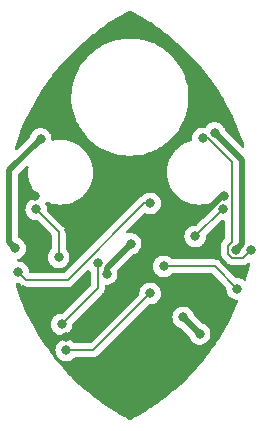
<source format=gbr>
G04 #@! TF.GenerationSoftware,KiCad,Pcbnew,(5.99.0-10027-g0561ce903e)*
G04 #@! TF.CreationDate,2021-08-15T01:29:50-07:00*
G04 #@! TF.ProjectId,scale_cca,7363616c-655f-4636-9361-2e6b69636164,v1r0*
G04 #@! TF.SameCoordinates,Original*
G04 #@! TF.FileFunction,Copper,L2,Bot*
G04 #@! TF.FilePolarity,Positive*
%FSLAX46Y46*%
G04 Gerber Fmt 4.6, Leading zero omitted, Abs format (unit mm)*
G04 Created by KiCad (PCBNEW (5.99.0-10027-g0561ce903e)) date 2021-08-15 01:29:50*
%MOMM*%
%LPD*%
G01*
G04 APERTURE LIST*
G04 #@! TA.AperFunction,ViaPad*
%ADD10C,0.800000*%
G04 #@! TD*
G04 #@! TA.AperFunction,Conductor*
%ADD11C,0.500000*%
G04 #@! TD*
G04 #@! TA.AperFunction,Conductor*
%ADD12C,0.152400*%
G04 #@! TD*
G04 APERTURE END LIST*
D10*
X27432000Y-49657000D03*
X31369000Y-44577000D03*
X28448000Y-41656000D03*
X31115000Y-53594000D03*
X34925000Y-49911000D03*
X35052000Y-42418000D03*
X44456673Y-41663838D03*
X34925000Y-57277000D03*
X38608000Y-53594000D03*
X42418000Y-49911000D03*
X40598000Y-45000000D03*
X43688000Y-36322000D03*
X34544000Y-48260000D03*
X36576000Y-45720000D03*
X41021000Y-51943000D03*
X28956000Y-36830000D03*
X42418000Y-53340000D03*
X26797000Y-46101000D03*
X45466000Y-46228000D03*
X27051000Y-48133000D03*
X38227000Y-42291000D03*
X28575000Y-42799000D03*
X30480000Y-46863000D03*
X33782000Y-47371000D03*
X30734000Y-52539000D03*
X31115000Y-54737000D03*
X38227000Y-49911000D03*
X46736000Y-46228000D03*
X42680339Y-36792751D03*
X39370000Y-47625000D03*
X45593000Y-49530000D03*
X44431287Y-42769985D03*
X42037000Y-45085000D03*
D11*
X41021000Y-43434000D02*
X40598000Y-43857000D01*
X44456673Y-41663838D02*
X44315162Y-41663838D01*
X42545000Y-43434000D02*
X41021000Y-43434000D01*
X40598000Y-43857000D02*
X40598000Y-45000000D01*
X44315162Y-41663838D02*
X42545000Y-43434000D01*
X34544000Y-47752000D02*
X36576000Y-45720000D01*
X45974000Y-45720000D02*
X45974000Y-38608000D01*
X28956000Y-36830000D02*
X26289000Y-39497000D01*
X42418000Y-53340000D02*
X41021000Y-51943000D01*
X45466000Y-46228000D02*
X45974000Y-45720000D01*
X26289000Y-45593000D02*
X26797000Y-46101000D01*
X34544000Y-48260000D02*
X34544000Y-47752000D01*
X26289000Y-39497000D02*
X26289000Y-45593000D01*
X45974000Y-38608000D02*
X43688000Y-36322000D01*
D12*
X27686000Y-48768000D02*
X31257207Y-48768000D01*
X37734207Y-42291000D02*
X38227000Y-42291000D01*
X31257207Y-48768000D02*
X37734207Y-42291000D01*
X27051000Y-48133000D02*
X27686000Y-48768000D01*
X30480000Y-44704000D02*
X28575000Y-42799000D01*
X30480000Y-46863000D02*
X30480000Y-44704000D01*
X30734000Y-52539000D02*
X33782000Y-49491000D01*
X33782000Y-49491000D02*
X33782000Y-47371000D01*
X33401000Y-54737000D02*
X38227000Y-49911000D01*
X31115000Y-54737000D02*
X33401000Y-54737000D01*
X43142751Y-36792751D02*
X42680339Y-36792751D01*
X44789789Y-45903418D02*
X45132884Y-45560323D01*
X46736000Y-46228000D02*
X46059789Y-46904211D01*
X45141418Y-46904211D02*
X44789789Y-46552582D01*
X45132884Y-45560323D02*
X45132884Y-38782884D01*
X44789789Y-46552582D02*
X44789789Y-45903418D01*
X46059789Y-46904211D02*
X45141418Y-46904211D01*
X45132884Y-38782884D02*
X43142751Y-36792751D01*
X45593000Y-49530000D02*
X43688000Y-47625000D01*
X43688000Y-47625000D02*
X39370000Y-47625000D01*
X44352015Y-42769985D02*
X42037000Y-45085000D01*
X44431287Y-42769985D02*
X44352015Y-42769985D01*
G04 #@! TA.AperFunction,Conductor*
G36*
X36570920Y-26003923D02*
G01*
X36760923Y-26103352D01*
X36763389Y-26104677D01*
X37336832Y-26421182D01*
X37339267Y-26422562D01*
X37516190Y-26525405D01*
X37518595Y-26526839D01*
X38077298Y-26868435D01*
X38079670Y-26869921D01*
X38251915Y-26980564D01*
X38254253Y-26982103D01*
X38797284Y-27348216D01*
X38799588Y-27349807D01*
X38966710Y-27467965D01*
X38968928Y-27469571D01*
X39220136Y-27655686D01*
X39495141Y-27859432D01*
X39497371Y-27861123D01*
X39659097Y-27986602D01*
X39661290Y-27988342D01*
X40169729Y-28401245D01*
X40171782Y-28402950D01*
X40327753Y-28535471D01*
X40329865Y-28537307D01*
X40524998Y-28710712D01*
X40819499Y-28972421D01*
X40821506Y-28974245D01*
X40848135Y-28998989D01*
X40971432Y-29113560D01*
X40973457Y-29115484D01*
X41443224Y-29571865D01*
X41445139Y-29573767D01*
X41552059Y-29682361D01*
X41588758Y-29719635D01*
X41590700Y-29721651D01*
X42039745Y-30198467D01*
X42041641Y-30200526D01*
X42178559Y-30352541D01*
X42180409Y-30354642D01*
X42607830Y-30850933D01*
X42609626Y-30853065D01*
X42739673Y-31011033D01*
X42741357Y-31013124D01*
X42861242Y-31165526D01*
X43146400Y-31528028D01*
X43148106Y-31530247D01*
X43270958Y-31693769D01*
X43272610Y-31696020D01*
X43654357Y-32228375D01*
X43655870Y-32230534D01*
X43771442Y-32399506D01*
X43772965Y-32401788D01*
X44130616Y-32950466D01*
X44132118Y-32952827D01*
X44240041Y-33126718D01*
X44241480Y-33129096D01*
X44349374Y-33311885D01*
X44574425Y-33693155D01*
X44575821Y-33695581D01*
X44675833Y-33873952D01*
X44677162Y-33876385D01*
X44984788Y-34454797D01*
X44986053Y-34457242D01*
X45078061Y-34639920D01*
X45079293Y-34642433D01*
X45205865Y-34908273D01*
X45360876Y-35233844D01*
X45360877Y-35233847D01*
X45362041Y-35236364D01*
X45445883Y-35423035D01*
X45446978Y-35425548D01*
X45593380Y-35771892D01*
X45702010Y-36028881D01*
X45703046Y-36031407D01*
X45778522Y-36221641D01*
X45779499Y-36224186D01*
X46007482Y-36838264D01*
X46008427Y-36840899D01*
X46075359Y-37034242D01*
X46076245Y-37036897D01*
X46133941Y-37216362D01*
X46188803Y-37387009D01*
X46201314Y-37425926D01*
X46203121Y-37496900D01*
X46166270Y-37557583D01*
X46102461Y-37588711D01*
X46031953Y-37580399D01*
X45992266Y-37553585D01*
X44608119Y-36169438D01*
X44577381Y-36119279D01*
X44539157Y-36001637D01*
X44522524Y-35950446D01*
X44506607Y-35922876D01*
X44430338Y-35790776D01*
X44427037Y-35785058D01*
X44392960Y-35747211D01*
X44303673Y-35648048D01*
X44303672Y-35648047D01*
X44299251Y-35643137D01*
X44293909Y-35639256D01*
X44293907Y-35639254D01*
X44150092Y-35534767D01*
X44150091Y-35534766D01*
X44144750Y-35530886D01*
X44138722Y-35528202D01*
X44138720Y-35528201D01*
X43976318Y-35455895D01*
X43976317Y-35455895D01*
X43970287Y-35453210D01*
X43876887Y-35433357D01*
X43789944Y-35414876D01*
X43789939Y-35414876D01*
X43783487Y-35413504D01*
X43592513Y-35413504D01*
X43586061Y-35414876D01*
X43586056Y-35414876D01*
X43499113Y-35433357D01*
X43405713Y-35453210D01*
X43399683Y-35455895D01*
X43399682Y-35455895D01*
X43237280Y-35528201D01*
X43237278Y-35528202D01*
X43231250Y-35530886D01*
X43225909Y-35534766D01*
X43225908Y-35534767D01*
X43082093Y-35639254D01*
X43082091Y-35639256D01*
X43076749Y-35643137D01*
X43072328Y-35648047D01*
X43072327Y-35648048D01*
X42983041Y-35747211D01*
X42948963Y-35785058D01*
X42945662Y-35790776D01*
X42924799Y-35826911D01*
X42873416Y-35875904D01*
X42803703Y-35889340D01*
X42789482Y-35887157D01*
X42782290Y-35885628D01*
X42782281Y-35885627D01*
X42775826Y-35884255D01*
X42584852Y-35884255D01*
X42578400Y-35885627D01*
X42578395Y-35885627D01*
X42491452Y-35904108D01*
X42398052Y-35923961D01*
X42392022Y-35926646D01*
X42392021Y-35926646D01*
X42229619Y-35998952D01*
X42229617Y-35998953D01*
X42223589Y-36001637D01*
X42218248Y-36005517D01*
X42218247Y-36005518D01*
X42074432Y-36110005D01*
X42074430Y-36110007D01*
X42069088Y-36113888D01*
X42064667Y-36118798D01*
X42064666Y-36118799D01*
X41972088Y-36221618D01*
X41941302Y-36255809D01*
X41845815Y-36421197D01*
X41786801Y-36602824D01*
X41786111Y-36609387D01*
X41786111Y-36609388D01*
X41778959Y-36677438D01*
X41766839Y-36792751D01*
X41772657Y-36848100D01*
X41775010Y-36870492D01*
X41762238Y-36940331D01*
X41713736Y-36992178D01*
X41686435Y-37004188D01*
X41424062Y-37084154D01*
X41420598Y-37085685D01*
X41420591Y-37085688D01*
X41234141Y-37168117D01*
X41121547Y-37217894D01*
X41118293Y-37219830D01*
X41118287Y-37219833D01*
X40913945Y-37341404D01*
X40837290Y-37387009D01*
X40834289Y-37389324D01*
X40834285Y-37389327D01*
X40786846Y-37425926D01*
X40575409Y-37589049D01*
X40572708Y-37591708D01*
X40572701Y-37591714D01*
X40401238Y-37760505D01*
X40339697Y-37821087D01*
X40337333Y-37824054D01*
X40337330Y-37824057D01*
X40135934Y-38076794D01*
X40135928Y-38076803D01*
X40133569Y-38079763D01*
X39960010Y-38361328D01*
X39821534Y-38661705D01*
X39820375Y-38665305D01*
X39820372Y-38665312D01*
X39721594Y-38972052D01*
X39720148Y-38976542D01*
X39719429Y-38980258D01*
X39719427Y-38980266D01*
X39662945Y-39272201D01*
X39657319Y-39301280D01*
X39657052Y-39305056D01*
X39657051Y-39305061D01*
X39645587Y-39466978D01*
X39633959Y-39631213D01*
X39634148Y-39635005D01*
X39639454Y-39741590D01*
X39645517Y-39863371D01*
X39650405Y-39961564D01*
X39651046Y-39965295D01*
X39651047Y-39965303D01*
X39705774Y-40283801D01*
X39705776Y-40283809D01*
X39706418Y-40287546D01*
X39801189Y-40604438D01*
X39933344Y-40907649D01*
X39935267Y-40910921D01*
X39935269Y-40910924D01*
X39986016Y-40997247D01*
X40100968Y-41192787D01*
X40103269Y-41195802D01*
X40299334Y-41452710D01*
X40299339Y-41452716D01*
X40301634Y-41455723D01*
X40304278Y-41458437D01*
X40518729Y-41678576D01*
X40532435Y-41692646D01*
X40634331Y-41774719D01*
X40787074Y-41897748D01*
X40787080Y-41897752D01*
X40790027Y-41900126D01*
X41070680Y-42075157D01*
X41370328Y-42215204D01*
X41373938Y-42216387D01*
X41373937Y-42216387D01*
X41601544Y-42291000D01*
X41684630Y-42318237D01*
X42009034Y-42382765D01*
X42012806Y-42383052D01*
X42012814Y-42383053D01*
X42335064Y-42407566D01*
X42335069Y-42407566D01*
X42338841Y-42407853D01*
X42669273Y-42393137D01*
X42995544Y-42338831D01*
X43312928Y-42245721D01*
X43459126Y-42182909D01*
X43529610Y-42174397D01*
X43593508Y-42205342D01*
X43630532Y-42265921D01*
X43628927Y-42336899D01*
X43617983Y-42361677D01*
X43605642Y-42383053D01*
X43596763Y-42398431D01*
X43585293Y-42433731D01*
X43569959Y-42480927D01*
X43537749Y-42580058D01*
X43537059Y-42586621D01*
X43537059Y-42586622D01*
X43521589Y-42733811D01*
X43494576Y-42799467D01*
X43485374Y-42809735D01*
X42155510Y-44139599D01*
X42093198Y-44173625D01*
X42066415Y-44176504D01*
X41941513Y-44176504D01*
X41935061Y-44177876D01*
X41935056Y-44177876D01*
X41848113Y-44196357D01*
X41754713Y-44216210D01*
X41748683Y-44218895D01*
X41748682Y-44218895D01*
X41586280Y-44291201D01*
X41586278Y-44291202D01*
X41580250Y-44293886D01*
X41574909Y-44297766D01*
X41574908Y-44297767D01*
X41431093Y-44402254D01*
X41431091Y-44402256D01*
X41425749Y-44406137D01*
X41297963Y-44548058D01*
X41294662Y-44553776D01*
X41206586Y-44706328D01*
X41202476Y-44713446D01*
X41200434Y-44719731D01*
X41156842Y-44853895D01*
X41143462Y-44895073D01*
X41123500Y-45085000D01*
X41143462Y-45274927D01*
X41202476Y-45456554D01*
X41205779Y-45462276D01*
X41205780Y-45462277D01*
X41219729Y-45486437D01*
X41297963Y-45621942D01*
X41302381Y-45626849D01*
X41302382Y-45626850D01*
X41386255Y-45720000D01*
X41425749Y-45763863D01*
X41431091Y-45767744D01*
X41431093Y-45767746D01*
X41458558Y-45787700D01*
X41580250Y-45876114D01*
X41586278Y-45878798D01*
X41586280Y-45878799D01*
X41748682Y-45951105D01*
X41754713Y-45953790D01*
X41848113Y-45973643D01*
X41935056Y-45992124D01*
X41935061Y-45992124D01*
X41941513Y-45993496D01*
X42132487Y-45993496D01*
X42138939Y-45992124D01*
X42138944Y-45992124D01*
X42225887Y-45973643D01*
X42319287Y-45953790D01*
X42325318Y-45951105D01*
X42487720Y-45878799D01*
X42487722Y-45878798D01*
X42493750Y-45876114D01*
X42615442Y-45787700D01*
X42642907Y-45767746D01*
X42642909Y-45767744D01*
X42648251Y-45763863D01*
X42687745Y-45720000D01*
X42771618Y-45626850D01*
X42771619Y-45626849D01*
X42776037Y-45621942D01*
X42854271Y-45486437D01*
X42868220Y-45462277D01*
X42868221Y-45462276D01*
X42871524Y-45456554D01*
X42930538Y-45274927D01*
X42950500Y-45085000D01*
X42949810Y-45078432D01*
X42948545Y-45066394D01*
X42961318Y-44996556D01*
X42984760Y-44964131D01*
X44234761Y-43714130D01*
X44297073Y-43680104D01*
X44333939Y-43678085D01*
X44335800Y-43678481D01*
X44422184Y-43678481D01*
X44490305Y-43698483D01*
X44536798Y-43752139D01*
X44548184Y-43804481D01*
X44548184Y-45265942D01*
X44528182Y-45334063D01*
X44511279Y-45355037D01*
X44409043Y-45457273D01*
X44396653Y-45468140D01*
X44372808Y-45486437D01*
X44279094Y-45608568D01*
X44249639Y-45679680D01*
X44229025Y-45729446D01*
X44220183Y-45750792D01*
X44215324Y-45787700D01*
X44200089Y-45903418D01*
X44201167Y-45911606D01*
X44204011Y-45933208D01*
X44205089Y-45949655D01*
X44205089Y-46506345D01*
X44204011Y-46522792D01*
X44200089Y-46552582D01*
X44205089Y-46590560D01*
X44220183Y-46705208D01*
X44279094Y-46847432D01*
X44372808Y-46969563D01*
X44379354Y-46974586D01*
X44396648Y-46987856D01*
X44409039Y-46998723D01*
X44695273Y-47284956D01*
X44706141Y-47297348D01*
X44724437Y-47321192D01*
X44846568Y-47414906D01*
X44880097Y-47428794D01*
X44889300Y-47432606D01*
X44981166Y-47470659D01*
X44981168Y-47470659D01*
X44988793Y-47473818D01*
X44996979Y-47474896D01*
X44996980Y-47474896D01*
X45133230Y-47492834D01*
X45141418Y-47493912D01*
X45149606Y-47492834D01*
X45171216Y-47489989D01*
X45187662Y-47488911D01*
X46013552Y-47488911D01*
X46029999Y-47489989D01*
X46059789Y-47493911D01*
X46067977Y-47492833D01*
X46097767Y-47488911D01*
X46212415Y-47473817D01*
X46354639Y-47414906D01*
X46361190Y-47409879D01*
X46361194Y-47409877D01*
X46463720Y-47331207D01*
X46529940Y-47305607D01*
X46599489Y-47319872D01*
X46650285Y-47369474D01*
X46666200Y-47438663D01*
X46663327Y-47458930D01*
X46559994Y-47916335D01*
X46559354Y-47919029D01*
X46529523Y-48038647D01*
X46509850Y-48117534D01*
X46509142Y-48120242D01*
X46340144Y-48739012D01*
X46302901Y-48799456D01*
X46238892Y-48830170D01*
X46168439Y-48821402D01*
X46144535Y-48807751D01*
X46055092Y-48742767D01*
X46055091Y-48742766D01*
X46049750Y-48738886D01*
X46043722Y-48736202D01*
X46043720Y-48736201D01*
X45881318Y-48663895D01*
X45881317Y-48663895D01*
X45875287Y-48661210D01*
X45781887Y-48641357D01*
X45694944Y-48622876D01*
X45694939Y-48622876D01*
X45688487Y-48621504D01*
X45563585Y-48621504D01*
X45495464Y-48601502D01*
X45474490Y-48584599D01*
X44134145Y-47244254D01*
X44123277Y-47231863D01*
X44110003Y-47214564D01*
X44104981Y-47208019D01*
X43982850Y-47114305D01*
X43840626Y-47055394D01*
X43725978Y-47040300D01*
X43688000Y-47035300D01*
X43679812Y-47036378D01*
X43658210Y-47039222D01*
X43641763Y-47040300D01*
X40122135Y-47040300D01*
X40054014Y-47020298D01*
X40028499Y-46998611D01*
X39985666Y-46951040D01*
X39985664Y-46951039D01*
X39981251Y-46946137D01*
X39826750Y-46833886D01*
X39820722Y-46831202D01*
X39820720Y-46831201D01*
X39658318Y-46758895D01*
X39658317Y-46758895D01*
X39652287Y-46756210D01*
X39558887Y-46736357D01*
X39471944Y-46717876D01*
X39471939Y-46717876D01*
X39465487Y-46716504D01*
X39274513Y-46716504D01*
X39268061Y-46717876D01*
X39268056Y-46717876D01*
X39181113Y-46736357D01*
X39087713Y-46756210D01*
X39081683Y-46758895D01*
X39081682Y-46758895D01*
X38919280Y-46831201D01*
X38919278Y-46831202D01*
X38913250Y-46833886D01*
X38907909Y-46837766D01*
X38907908Y-46837767D01*
X38764093Y-46942254D01*
X38764091Y-46942256D01*
X38758749Y-46946137D01*
X38754328Y-46951047D01*
X38754327Y-46951048D01*
X38657528Y-47058555D01*
X38630963Y-47088058D01*
X38627662Y-47093776D01*
X38544158Y-47238409D01*
X38535476Y-47253446D01*
X38533434Y-47259731D01*
X38483015Y-47414906D01*
X38476462Y-47435073D01*
X38475772Y-47441636D01*
X38475772Y-47441637D01*
X38465754Y-47536952D01*
X38456500Y-47625000D01*
X38457190Y-47631565D01*
X38471502Y-47767731D01*
X38476462Y-47814927D01*
X38535476Y-47996554D01*
X38630963Y-48161942D01*
X38635381Y-48166849D01*
X38635382Y-48166850D01*
X38719255Y-48260000D01*
X38758749Y-48303863D01*
X38764091Y-48307744D01*
X38764093Y-48307746D01*
X38907908Y-48412233D01*
X38913250Y-48416114D01*
X38919278Y-48418798D01*
X38919280Y-48418799D01*
X38974452Y-48443363D01*
X39087713Y-48493790D01*
X39181113Y-48513643D01*
X39268056Y-48532124D01*
X39268061Y-48532124D01*
X39274513Y-48533496D01*
X39465487Y-48533496D01*
X39471939Y-48532124D01*
X39471944Y-48532124D01*
X39558887Y-48513643D01*
X39652287Y-48493790D01*
X39765548Y-48443363D01*
X39820720Y-48418799D01*
X39820722Y-48418798D01*
X39826750Y-48416114D01*
X39981251Y-48303863D01*
X40014835Y-48266565D01*
X40028499Y-48251389D01*
X40088945Y-48214150D01*
X40122135Y-48209700D01*
X43393619Y-48209700D01*
X43461740Y-48229702D01*
X43482714Y-48246605D01*
X44645240Y-49409131D01*
X44679266Y-49471443D01*
X44681455Y-49511394D01*
X44680190Y-49523432D01*
X44679500Y-49530000D01*
X44680190Y-49536565D01*
X44692245Y-49651257D01*
X44699462Y-49719927D01*
X44758476Y-49901554D01*
X44761779Y-49907276D01*
X44761780Y-49907277D01*
X44795689Y-49966008D01*
X44853963Y-50066942D01*
X44981749Y-50208863D01*
X44987091Y-50212744D01*
X44987093Y-50212746D01*
X45130908Y-50317233D01*
X45136250Y-50321114D01*
X45142278Y-50323798D01*
X45142280Y-50323799D01*
X45304682Y-50396105D01*
X45310713Y-50398790D01*
X45404113Y-50418643D01*
X45491056Y-50437124D01*
X45491061Y-50437124D01*
X45497513Y-50438496D01*
X45573933Y-50438496D01*
X45642054Y-50458498D01*
X45688547Y-50512154D01*
X45698651Y-50582428D01*
X45689990Y-50613554D01*
X45619142Y-50781162D01*
X45446971Y-51188468D01*
X45445882Y-51190968D01*
X45410813Y-51269048D01*
X45362051Y-51377613D01*
X45360883Y-51380139D01*
X45345820Y-51411776D01*
X45079286Y-51971581D01*
X45078062Y-51974080D01*
X44986010Y-52156843D01*
X44984815Y-52159151D01*
X44775731Y-52552280D01*
X44677172Y-52737595D01*
X44675830Y-52740052D01*
X44575824Y-52918414D01*
X44574433Y-52920831D01*
X44241453Y-53484949D01*
X44240087Y-53487208D01*
X44132093Y-53661215D01*
X44130666Y-53663458D01*
X43812018Y-54152300D01*
X43772964Y-54212213D01*
X43771409Y-54214541D01*
X43655909Y-54383408D01*
X43654328Y-54385665D01*
X43402389Y-54737000D01*
X43272608Y-54917982D01*
X43270952Y-54920239D01*
X43148099Y-55083763D01*
X43146399Y-55085974D01*
X42741361Y-55600870D01*
X42739672Y-55602968D01*
X42704661Y-55645496D01*
X42609621Y-55760940D01*
X42607818Y-55763081D01*
X42180430Y-56259335D01*
X42178590Y-56261425D01*
X42041629Y-56413488D01*
X42039766Y-56415511D01*
X41590714Y-56892335D01*
X41588779Y-56894344D01*
X41445183Y-57040186D01*
X41443198Y-57042159D01*
X41156051Y-57321125D01*
X40973427Y-57498546D01*
X40971453Y-57500421D01*
X40916899Y-57551114D01*
X40821533Y-57639729D01*
X40819462Y-57641611D01*
X40329882Y-58076679D01*
X40327768Y-58078516D01*
X40171836Y-58211003D01*
X40169683Y-58212791D01*
X39661321Y-58625633D01*
X39659128Y-58627374D01*
X39497356Y-58752889D01*
X39495183Y-58754538D01*
X38968889Y-59144458D01*
X38966675Y-59146060D01*
X38799572Y-59264205D01*
X38797334Y-59265751D01*
X38480872Y-59479111D01*
X38254247Y-59631902D01*
X38251909Y-59633441D01*
X38079684Y-59744071D01*
X38077312Y-59745557D01*
X37778327Y-59928359D01*
X37518603Y-60087157D01*
X37516246Y-60088563D01*
X37339238Y-60191456D01*
X37336802Y-60192836D01*
X36763384Y-60509326D01*
X36760918Y-60510651D01*
X36570920Y-60610077D01*
X36501290Y-60623939D01*
X36454082Y-60610078D01*
X36333085Y-60546760D01*
X36264063Y-60510641D01*
X36261598Y-60509316D01*
X35688173Y-60192821D01*
X35685737Y-60191441D01*
X35508812Y-60088596D01*
X35506408Y-60087162D01*
X35316451Y-59971021D01*
X34947650Y-59745533D01*
X34945317Y-59744071D01*
X34773014Y-59633391D01*
X34770837Y-59631957D01*
X34227693Y-59265768D01*
X34225429Y-59264205D01*
X34058381Y-59146099D01*
X34056113Y-59144458D01*
X33529819Y-58754538D01*
X33527588Y-58752846D01*
X33365907Y-58627401D01*
X33363715Y-58625661D01*
X32962435Y-58299783D01*
X32855279Y-58212761D01*
X32853210Y-58211043D01*
X32697232Y-58078516D01*
X32695134Y-58076692D01*
X32258752Y-57688901D01*
X32205534Y-57641608D01*
X32203469Y-57639732D01*
X32053608Y-57500477D01*
X32051578Y-57498549D01*
X31581772Y-57042129D01*
X31579787Y-57040156D01*
X31436229Y-56894352D01*
X31434322Y-56892373D01*
X31217549Y-56662193D01*
X30985268Y-56415546D01*
X30983372Y-56413488D01*
X30909382Y-56331341D01*
X30846378Y-56261390D01*
X30844570Y-56259335D01*
X30417163Y-55763059D01*
X30415431Y-55761004D01*
X30285328Y-55602968D01*
X30283574Y-55600787D01*
X30096827Y-55363389D01*
X29878607Y-55085982D01*
X29876930Y-55083802D01*
X29754040Y-54920228D01*
X29752384Y-54917971D01*
X29622611Y-54737000D01*
X30201500Y-54737000D01*
X30202190Y-54743565D01*
X30214484Y-54860531D01*
X30221462Y-54926927D01*
X30223502Y-54933205D01*
X30223502Y-54933206D01*
X30246309Y-55003399D01*
X30280476Y-55108554D01*
X30283779Y-55114276D01*
X30283780Y-55114277D01*
X30306703Y-55153981D01*
X30375963Y-55273942D01*
X30380381Y-55278849D01*
X30380382Y-55278850D01*
X30405374Y-55306606D01*
X30503749Y-55415863D01*
X30509091Y-55419744D01*
X30509093Y-55419746D01*
X30652908Y-55524233D01*
X30658250Y-55528114D01*
X30664278Y-55530798D01*
X30664280Y-55530799D01*
X30826682Y-55603105D01*
X30832713Y-55605790D01*
X30926113Y-55625643D01*
X31013056Y-55644124D01*
X31013061Y-55644124D01*
X31019513Y-55645496D01*
X31210487Y-55645496D01*
X31216939Y-55644124D01*
X31216944Y-55644124D01*
X31303887Y-55625643D01*
X31397287Y-55605790D01*
X31403318Y-55603105D01*
X31565720Y-55530799D01*
X31565722Y-55530798D01*
X31571750Y-55528114D01*
X31726251Y-55415863D01*
X31773499Y-55363389D01*
X31833945Y-55326150D01*
X31867135Y-55321700D01*
X33354763Y-55321700D01*
X33371210Y-55322778D01*
X33401000Y-55326700D01*
X33409188Y-55325622D01*
X33438978Y-55321700D01*
X33553626Y-55306606D01*
X33695850Y-55247695D01*
X33817981Y-55153981D01*
X33836278Y-55130136D01*
X33847145Y-55117746D01*
X37021891Y-51943000D01*
X40107500Y-51943000D01*
X40108190Y-51949565D01*
X40120475Y-52066445D01*
X40127462Y-52132927D01*
X40186476Y-52314554D01*
X40281963Y-52479942D01*
X40409749Y-52621863D01*
X40415091Y-52625744D01*
X40415093Y-52625746D01*
X40558908Y-52730233D01*
X40564250Y-52734114D01*
X40570278Y-52736798D01*
X40570280Y-52736799D01*
X40731943Y-52808776D01*
X40738713Y-52811790D01*
X40801766Y-52825192D01*
X40864663Y-52859344D01*
X41497881Y-53492562D01*
X41528619Y-53542721D01*
X41583476Y-53711554D01*
X41678963Y-53876942D01*
X41806749Y-54018863D01*
X41812091Y-54022744D01*
X41812093Y-54022746D01*
X41955908Y-54127233D01*
X41961250Y-54131114D01*
X41967278Y-54133798D01*
X41967280Y-54133799D01*
X42128943Y-54205776D01*
X42135713Y-54208790D01*
X42229113Y-54228643D01*
X42316056Y-54247124D01*
X42316061Y-54247124D01*
X42322513Y-54248496D01*
X42513487Y-54248496D01*
X42519939Y-54247124D01*
X42519944Y-54247124D01*
X42606887Y-54228643D01*
X42700287Y-54208790D01*
X42707057Y-54205776D01*
X42868720Y-54133799D01*
X42868722Y-54133798D01*
X42874750Y-54131114D01*
X42880092Y-54127233D01*
X43023907Y-54022746D01*
X43023909Y-54022744D01*
X43029251Y-54018863D01*
X43157037Y-53876942D01*
X43252524Y-53711554D01*
X43311538Y-53529927D01*
X43331500Y-53340000D01*
X43311538Y-53150073D01*
X43287452Y-53075942D01*
X43254566Y-52974731D01*
X43252524Y-52968446D01*
X43157037Y-52803058D01*
X43029251Y-52661137D01*
X43023909Y-52657256D01*
X43023907Y-52657254D01*
X42880092Y-52552767D01*
X42880091Y-52552766D01*
X42874750Y-52548886D01*
X42868722Y-52546202D01*
X42868720Y-52546201D01*
X42706318Y-52473895D01*
X42706317Y-52473895D01*
X42700287Y-52471210D01*
X42637234Y-52457808D01*
X42574337Y-52423656D01*
X41941119Y-51790438D01*
X41910381Y-51740279D01*
X41857566Y-51577731D01*
X41855524Y-51571446D01*
X41760037Y-51406058D01*
X41651268Y-51285257D01*
X41636673Y-51269048D01*
X41636672Y-51269047D01*
X41632251Y-51264137D01*
X41626909Y-51260256D01*
X41626907Y-51260254D01*
X41483092Y-51155767D01*
X41483091Y-51155766D01*
X41477750Y-51151886D01*
X41471722Y-51149202D01*
X41471720Y-51149201D01*
X41309318Y-51076895D01*
X41309317Y-51076895D01*
X41303287Y-51074210D01*
X41209887Y-51054357D01*
X41122944Y-51035876D01*
X41122939Y-51035876D01*
X41116487Y-51034504D01*
X40925513Y-51034504D01*
X40919061Y-51035876D01*
X40919056Y-51035876D01*
X40832113Y-51054357D01*
X40738713Y-51074210D01*
X40732683Y-51076895D01*
X40732682Y-51076895D01*
X40570280Y-51149201D01*
X40570278Y-51149202D01*
X40564250Y-51151886D01*
X40558909Y-51155766D01*
X40558908Y-51155767D01*
X40415093Y-51260254D01*
X40415091Y-51260256D01*
X40409749Y-51264137D01*
X40405328Y-51269047D01*
X40405327Y-51269048D01*
X40390733Y-51285257D01*
X40281963Y-51406058D01*
X40186476Y-51571446D01*
X40184434Y-51577731D01*
X40154832Y-51668838D01*
X40127462Y-51753073D01*
X40107500Y-51943000D01*
X37021891Y-51943000D01*
X38108490Y-50856401D01*
X38170802Y-50822375D01*
X38197585Y-50819496D01*
X38322487Y-50819496D01*
X38328939Y-50818124D01*
X38328944Y-50818124D01*
X38415887Y-50799643D01*
X38509287Y-50779790D01*
X38515318Y-50777105D01*
X38677720Y-50704799D01*
X38677722Y-50704798D01*
X38683750Y-50702114D01*
X38805643Y-50613554D01*
X38832907Y-50593746D01*
X38832909Y-50593744D01*
X38838251Y-50589863D01*
X38844797Y-50582593D01*
X38961618Y-50452850D01*
X38961619Y-50452849D01*
X38966037Y-50447942D01*
X39061524Y-50282554D01*
X39120538Y-50100927D01*
X39127108Y-50038422D01*
X39139810Y-49917565D01*
X39140500Y-49911000D01*
X39120538Y-49721073D01*
X39097854Y-49651257D01*
X39063566Y-49545731D01*
X39061524Y-49539446D01*
X39056071Y-49530000D01*
X38969338Y-49379776D01*
X38966037Y-49374058D01*
X38933217Y-49337607D01*
X38842673Y-49237048D01*
X38842672Y-49237047D01*
X38838251Y-49232137D01*
X38832909Y-49228256D01*
X38832907Y-49228254D01*
X38689092Y-49123767D01*
X38689091Y-49123766D01*
X38683750Y-49119886D01*
X38677722Y-49117202D01*
X38677720Y-49117201D01*
X38515318Y-49044895D01*
X38515317Y-49044895D01*
X38509287Y-49042210D01*
X38415887Y-49022357D01*
X38328944Y-49003876D01*
X38328939Y-49003876D01*
X38322487Y-49002504D01*
X38131513Y-49002504D01*
X38125061Y-49003876D01*
X38125056Y-49003876D01*
X38038113Y-49022357D01*
X37944713Y-49042210D01*
X37938683Y-49044895D01*
X37938682Y-49044895D01*
X37776280Y-49117201D01*
X37776278Y-49117202D01*
X37770250Y-49119886D01*
X37764909Y-49123766D01*
X37764908Y-49123767D01*
X37621093Y-49228254D01*
X37621091Y-49228256D01*
X37615749Y-49232137D01*
X37611328Y-49237047D01*
X37611327Y-49237048D01*
X37520784Y-49337607D01*
X37487963Y-49374058D01*
X37484662Y-49379776D01*
X37397930Y-49530000D01*
X37392476Y-49539446D01*
X37390434Y-49545731D01*
X37356147Y-49651257D01*
X37333462Y-49721073D01*
X37313500Y-49911000D01*
X37314190Y-49917565D01*
X37314190Y-49917568D01*
X37315455Y-49929606D01*
X37302682Y-49999444D01*
X37279240Y-50031869D01*
X33195714Y-54115395D01*
X33133402Y-54149421D01*
X33106619Y-54152300D01*
X31867135Y-54152300D01*
X31799014Y-54132298D01*
X31773499Y-54110611D01*
X31730666Y-54063040D01*
X31730664Y-54063039D01*
X31726251Y-54058137D01*
X31571750Y-53945886D01*
X31565722Y-53943202D01*
X31565720Y-53943201D01*
X31403318Y-53870895D01*
X31403317Y-53870895D01*
X31397287Y-53868210D01*
X31303887Y-53848357D01*
X31216944Y-53829876D01*
X31216939Y-53829876D01*
X31210487Y-53828504D01*
X31019513Y-53828504D01*
X31013061Y-53829876D01*
X31013056Y-53829876D01*
X30926113Y-53848357D01*
X30832713Y-53868210D01*
X30826683Y-53870895D01*
X30826682Y-53870895D01*
X30664280Y-53943201D01*
X30664278Y-53943202D01*
X30658250Y-53945886D01*
X30652909Y-53949766D01*
X30652908Y-53949767D01*
X30509093Y-54054254D01*
X30509091Y-54054256D01*
X30503749Y-54058137D01*
X30375963Y-54200058D01*
X30280476Y-54365446D01*
X30221462Y-54547073D01*
X30201500Y-54737000D01*
X29622611Y-54737000D01*
X29370672Y-54385665D01*
X29369066Y-54383372D01*
X29253604Y-54214561D01*
X29252049Y-54212233D01*
X29249805Y-54208790D01*
X28894352Y-53663486D01*
X28892926Y-53661245D01*
X28784928Y-53487232D01*
X28783524Y-53484911D01*
X28760630Y-53446124D01*
X28542124Y-53075942D01*
X28450567Y-52920831D01*
X28449171Y-52918405D01*
X28349159Y-52740033D01*
X28347817Y-52737576D01*
X28288341Y-52625746D01*
X28040213Y-52159204D01*
X28038948Y-52156760D01*
X28038937Y-52156737D01*
X27958558Y-51997150D01*
X27946939Y-51974080D01*
X27945707Y-51971567D01*
X27752477Y-51565723D01*
X27664112Y-51380130D01*
X27662959Y-51377636D01*
X27579117Y-51190965D01*
X27578010Y-51188425D01*
X27564206Y-51155767D01*
X27370804Y-50698233D01*
X27322990Y-50585119D01*
X27321954Y-50582593D01*
X27246478Y-50392359D01*
X27245501Y-50389814D01*
X27017518Y-49775736D01*
X27016573Y-49773101D01*
X26949657Y-49579805D01*
X26948770Y-49577150D01*
X26883478Y-49374058D01*
X26829256Y-49205397D01*
X26827450Y-49134424D01*
X26864301Y-49073740D01*
X26928110Y-49042613D01*
X26955513Y-49041741D01*
X26955513Y-49041496D01*
X27080415Y-49041496D01*
X27148536Y-49061498D01*
X27169510Y-49078401D01*
X27239855Y-49148746D01*
X27250722Y-49161136D01*
X27269019Y-49184981D01*
X27391150Y-49278695D01*
X27422639Y-49291738D01*
X27533375Y-49337607D01*
X27541559Y-49338684D01*
X27541561Y-49338685D01*
X27677812Y-49356622D01*
X27686000Y-49357700D01*
X27694188Y-49356622D01*
X27694189Y-49356622D01*
X27715792Y-49353778D01*
X27732238Y-49352700D01*
X31210970Y-49352700D01*
X31227417Y-49353778D01*
X31257207Y-49357700D01*
X31265395Y-49356622D01*
X31295185Y-49352700D01*
X31409833Y-49337606D01*
X31552057Y-49278695D01*
X31674188Y-49184981D01*
X31692485Y-49161136D01*
X31703352Y-49148746D01*
X32902262Y-47949836D01*
X32964574Y-47915810D01*
X33035389Y-47920875D01*
X33084993Y-47954621D01*
X33142822Y-48018847D01*
X33164936Y-48043407D01*
X33195654Y-48107414D01*
X33197300Y-48127717D01*
X33197300Y-49196619D01*
X33177298Y-49264740D01*
X33160395Y-49285714D01*
X30852510Y-51593599D01*
X30790198Y-51627625D01*
X30763415Y-51630504D01*
X30638513Y-51630504D01*
X30632061Y-51631876D01*
X30632056Y-51631876D01*
X30545113Y-51650357D01*
X30451713Y-51670210D01*
X30445683Y-51672895D01*
X30445682Y-51672895D01*
X30283280Y-51745201D01*
X30283278Y-51745202D01*
X30277250Y-51747886D01*
X30271909Y-51751766D01*
X30271908Y-51751767D01*
X30128093Y-51856254D01*
X30128091Y-51856256D01*
X30122749Y-51860137D01*
X30118328Y-51865047D01*
X30118327Y-51865048D01*
X30022405Y-51971581D01*
X29994963Y-52002058D01*
X29991662Y-52007776D01*
X29905598Y-52156843D01*
X29899476Y-52167446D01*
X29840462Y-52349073D01*
X29820500Y-52539000D01*
X29840462Y-52728927D01*
X29842502Y-52735205D01*
X29842502Y-52735206D01*
X29871740Y-52825192D01*
X29899476Y-52910554D01*
X29902779Y-52916276D01*
X29902780Y-52916277D01*
X29929596Y-52962723D01*
X29994963Y-53075942D01*
X30122749Y-53217863D01*
X30128091Y-53221744D01*
X30128093Y-53221746D01*
X30248431Y-53309176D01*
X30277250Y-53330114D01*
X30283278Y-53332798D01*
X30283280Y-53332799D01*
X30445682Y-53405105D01*
X30451713Y-53407790D01*
X30545113Y-53427643D01*
X30632056Y-53446124D01*
X30632061Y-53446124D01*
X30638513Y-53447496D01*
X30829487Y-53447496D01*
X30835939Y-53446124D01*
X30835944Y-53446124D01*
X30922887Y-53427643D01*
X31016287Y-53407790D01*
X31022318Y-53405105D01*
X31184720Y-53332799D01*
X31184722Y-53332798D01*
X31190750Y-53330114D01*
X31219569Y-53309176D01*
X31339907Y-53221746D01*
X31339909Y-53221744D01*
X31345251Y-53217863D01*
X31473037Y-53075942D01*
X31538404Y-52962723D01*
X31565220Y-52916277D01*
X31565221Y-52916276D01*
X31568524Y-52910554D01*
X31596260Y-52825192D01*
X31625498Y-52735206D01*
X31625498Y-52735205D01*
X31627538Y-52728927D01*
X31647500Y-52539000D01*
X31646352Y-52528075D01*
X31645545Y-52520394D01*
X31658318Y-52450556D01*
X31681760Y-52418131D01*
X34162746Y-49937145D01*
X34175137Y-49926277D01*
X34192436Y-49913003D01*
X34198981Y-49907981D01*
X34292695Y-49785850D01*
X34351606Y-49643626D01*
X34366700Y-49528978D01*
X34371700Y-49491000D01*
X34367778Y-49461210D01*
X34366700Y-49444763D01*
X34366700Y-49294496D01*
X34386702Y-49226375D01*
X34440358Y-49179882D01*
X34492700Y-49168496D01*
X34639487Y-49168496D01*
X34645939Y-49167124D01*
X34645944Y-49167124D01*
X34732887Y-49148643D01*
X34826287Y-49128790D01*
X34837569Y-49123767D01*
X34994720Y-49053799D01*
X34994722Y-49053798D01*
X35000750Y-49051114D01*
X35012451Y-49042613D01*
X35149907Y-48942746D01*
X35149909Y-48942744D01*
X35155251Y-48938863D01*
X35234240Y-48851137D01*
X35278618Y-48801850D01*
X35278619Y-48801849D01*
X35283037Y-48796942D01*
X35378524Y-48631554D01*
X35423286Y-48493790D01*
X35435498Y-48456206D01*
X35435498Y-48456205D01*
X35437538Y-48449927D01*
X35457500Y-48260000D01*
X35437538Y-48070073D01*
X35427327Y-48038647D01*
X35425299Y-47967680D01*
X35458065Y-47910616D01*
X36732337Y-46636344D01*
X36795234Y-46602192D01*
X36858287Y-46588790D01*
X36937042Y-46553726D01*
X37026720Y-46513799D01*
X37026722Y-46513798D01*
X37032750Y-46511114D01*
X37072419Y-46482293D01*
X37181907Y-46402746D01*
X37181909Y-46402744D01*
X37187251Y-46398863D01*
X37315037Y-46256942D01*
X37402020Y-46106283D01*
X37407220Y-46097277D01*
X37407221Y-46097276D01*
X37410524Y-46091554D01*
X37455286Y-45953790D01*
X37467498Y-45916206D01*
X37467498Y-45916205D01*
X37469538Y-45909927D01*
X37482385Y-45787700D01*
X37488810Y-45726565D01*
X37489500Y-45720000D01*
X37471947Y-45552992D01*
X37470228Y-45536637D01*
X37470228Y-45536636D01*
X37469538Y-45530073D01*
X37410524Y-45348446D01*
X37395503Y-45322428D01*
X37338558Y-45223798D01*
X37315037Y-45183058D01*
X37232657Y-45091565D01*
X37191673Y-45046048D01*
X37191672Y-45046047D01*
X37187251Y-45041137D01*
X37181909Y-45037256D01*
X37181907Y-45037254D01*
X37038092Y-44932767D01*
X37038091Y-44932766D01*
X37032750Y-44928886D01*
X37026722Y-44926202D01*
X37026720Y-44926201D01*
X36864318Y-44853895D01*
X36864317Y-44853895D01*
X36858287Y-44851210D01*
X36764887Y-44831357D01*
X36677944Y-44812876D01*
X36677939Y-44812876D01*
X36671487Y-44811504D01*
X36480513Y-44811504D01*
X36474061Y-44812876D01*
X36474056Y-44812876D01*
X36372160Y-44834535D01*
X36337917Y-44841814D01*
X36267127Y-44836412D01*
X36210495Y-44793595D01*
X36186001Y-44726958D01*
X36201422Y-44657656D01*
X36222626Y-44629472D01*
X37708832Y-43143266D01*
X37771144Y-43109240D01*
X37841959Y-43114305D01*
X37849176Y-43117254D01*
X37907600Y-43143266D01*
X37944713Y-43159790D01*
X38038113Y-43179643D01*
X38125056Y-43198124D01*
X38125061Y-43198124D01*
X38131513Y-43199496D01*
X38322487Y-43199496D01*
X38328939Y-43198124D01*
X38328944Y-43198124D01*
X38415887Y-43179643D01*
X38509287Y-43159790D01*
X38515318Y-43157105D01*
X38677720Y-43084799D01*
X38677722Y-43084798D01*
X38683750Y-43082114D01*
X38689092Y-43078233D01*
X38832907Y-42973746D01*
X38832909Y-42973744D01*
X38838251Y-42969863D01*
X38966037Y-42827942D01*
X39061524Y-42662554D01*
X39086196Y-42586622D01*
X39118498Y-42487206D01*
X39118498Y-42487205D01*
X39120538Y-42480927D01*
X39125499Y-42433731D01*
X39139810Y-42297565D01*
X39140500Y-42291000D01*
X39122542Y-42120137D01*
X39121228Y-42107637D01*
X39121228Y-42107636D01*
X39120538Y-42101073D01*
X39112118Y-42075157D01*
X39077417Y-41968361D01*
X39061524Y-41919446D01*
X39055023Y-41908185D01*
X38979366Y-41777145D01*
X38966037Y-41754058D01*
X38949318Y-41735489D01*
X38842673Y-41617048D01*
X38842672Y-41617047D01*
X38838251Y-41612137D01*
X38832909Y-41608256D01*
X38832907Y-41608254D01*
X38689092Y-41503767D01*
X38689091Y-41503766D01*
X38683750Y-41499886D01*
X38677722Y-41497202D01*
X38677720Y-41497201D01*
X38515318Y-41424895D01*
X38515317Y-41424895D01*
X38509287Y-41422210D01*
X38415887Y-41402357D01*
X38328944Y-41383876D01*
X38328939Y-41383876D01*
X38322487Y-41382504D01*
X38131513Y-41382504D01*
X38125061Y-41383876D01*
X38125056Y-41383876D01*
X38038113Y-41402357D01*
X37944713Y-41422210D01*
X37938683Y-41424895D01*
X37938682Y-41424895D01*
X37776280Y-41497201D01*
X37776278Y-41497202D01*
X37770250Y-41499886D01*
X37764909Y-41503766D01*
X37764908Y-41503767D01*
X37621093Y-41608254D01*
X37621091Y-41608256D01*
X37615749Y-41612137D01*
X37499425Y-41741329D01*
X37498263Y-41742619D01*
X37452844Y-41774719D01*
X37439357Y-41780305D01*
X37317226Y-41874019D01*
X37312204Y-41880564D01*
X37298930Y-41897863D01*
X37288062Y-41910254D01*
X31051921Y-48146395D01*
X30989609Y-48180421D01*
X30962826Y-48183300D01*
X28083238Y-48183300D01*
X28015117Y-48163298D01*
X27968624Y-48109642D01*
X27957928Y-48070471D01*
X27945228Y-47949637D01*
X27945228Y-47949636D01*
X27944538Y-47943073D01*
X27937326Y-47920875D01*
X27887566Y-47767731D01*
X27885524Y-47761446D01*
X27790037Y-47596058D01*
X27680943Y-47474896D01*
X27666673Y-47459048D01*
X27666672Y-47459047D01*
X27662251Y-47454137D01*
X27656909Y-47450256D01*
X27656907Y-47450254D01*
X27513092Y-47345767D01*
X27513091Y-47345766D01*
X27507750Y-47341886D01*
X27501722Y-47339202D01*
X27501720Y-47339201D01*
X27339318Y-47266895D01*
X27339317Y-47266895D01*
X27333287Y-47264210D01*
X27239402Y-47244254D01*
X27152944Y-47225876D01*
X27152939Y-47225876D01*
X27146487Y-47224504D01*
X27079764Y-47224504D01*
X27011643Y-47204502D01*
X26965150Y-47150846D01*
X26955046Y-47080572D01*
X26984540Y-47015992D01*
X27044266Y-46977608D01*
X27053567Y-46975257D01*
X27079287Y-46969790D01*
X27085318Y-46967105D01*
X27247720Y-46894799D01*
X27247722Y-46894798D01*
X27253750Y-46892114D01*
X27328553Y-46837767D01*
X27402907Y-46783746D01*
X27402909Y-46783744D01*
X27408251Y-46779863D01*
X27412673Y-46774952D01*
X27531618Y-46642850D01*
X27531619Y-46642849D01*
X27536037Y-46637942D01*
X27631524Y-46472554D01*
X27657063Y-46393952D01*
X27688498Y-46297206D01*
X27688498Y-46297205D01*
X27690538Y-46290927D01*
X27701084Y-46190593D01*
X27709810Y-46107565D01*
X27710500Y-46101000D01*
X27693725Y-45941396D01*
X27691228Y-45917637D01*
X27691228Y-45917636D01*
X27690538Y-45911073D01*
X27631524Y-45729446D01*
X27626071Y-45720000D01*
X27569456Y-45621942D01*
X27536037Y-45564058D01*
X27516316Y-45542155D01*
X27412673Y-45427048D01*
X27412672Y-45427047D01*
X27408251Y-45422137D01*
X27402909Y-45418256D01*
X27402907Y-45418254D01*
X27259092Y-45313767D01*
X27259091Y-45313766D01*
X27253750Y-45309886D01*
X27247722Y-45307202D01*
X27247720Y-45307201D01*
X27122251Y-45251339D01*
X27068155Y-45205359D01*
X27047500Y-45136232D01*
X27047500Y-39863371D01*
X27067502Y-39795250D01*
X27084405Y-39774276D01*
X27713915Y-39144766D01*
X27776227Y-39110740D01*
X27847042Y-39115805D01*
X27903878Y-39158352D01*
X27928689Y-39224872D01*
X27926716Y-39257794D01*
X27923929Y-39272201D01*
X27918303Y-39301280D01*
X27918036Y-39305056D01*
X27918035Y-39305061D01*
X27906571Y-39466978D01*
X27894943Y-39631213D01*
X27895132Y-39635005D01*
X27900438Y-39741590D01*
X27906501Y-39863371D01*
X27911389Y-39961564D01*
X27912030Y-39965295D01*
X27912031Y-39965303D01*
X27966758Y-40283801D01*
X27966760Y-40283809D01*
X27967402Y-40287546D01*
X28062173Y-40604438D01*
X28194328Y-40907649D01*
X28196251Y-40910921D01*
X28196253Y-40910924D01*
X28247000Y-40997247D01*
X28361952Y-41192787D01*
X28364253Y-41195802D01*
X28560318Y-41452710D01*
X28560323Y-41452716D01*
X28562618Y-41455723D01*
X28565262Y-41458437D01*
X28779712Y-41678576D01*
X28812919Y-41741329D01*
X28806927Y-41812072D01*
X28763640Y-41868346D01*
X28696801Y-41892284D01*
X28676663Y-41891817D01*
X28670487Y-41890504D01*
X28479513Y-41890504D01*
X28473061Y-41891876D01*
X28473056Y-41891876D01*
X28396331Y-41908185D01*
X28292713Y-41930210D01*
X28286683Y-41932895D01*
X28286682Y-41932895D01*
X28124280Y-42005201D01*
X28124278Y-42005202D01*
X28118250Y-42007886D01*
X28112909Y-42011766D01*
X28112908Y-42011767D01*
X27969093Y-42116254D01*
X27969091Y-42116256D01*
X27963749Y-42120137D01*
X27959328Y-42125047D01*
X27959327Y-42125048D01*
X27887045Y-42205326D01*
X27835963Y-42262058D01*
X27792255Y-42337763D01*
X27751886Y-42407684D01*
X27740476Y-42427446D01*
X27738434Y-42433731D01*
X27690890Y-42580058D01*
X27681462Y-42609073D01*
X27680772Y-42615636D01*
X27680772Y-42615637D01*
X27675841Y-42662554D01*
X27661500Y-42799000D01*
X27681462Y-42988927D01*
X27740476Y-43170554D01*
X27743779Y-43176276D01*
X27743780Y-43176277D01*
X27757186Y-43199496D01*
X27835963Y-43335942D01*
X27963749Y-43477863D01*
X27969091Y-43481744D01*
X27969093Y-43481746D01*
X28112908Y-43586233D01*
X28118250Y-43590114D01*
X28124278Y-43592798D01*
X28124280Y-43592799D01*
X28224204Y-43637288D01*
X28292713Y-43667790D01*
X28386113Y-43687643D01*
X28473056Y-43706124D01*
X28473061Y-43706124D01*
X28479513Y-43707496D01*
X28604415Y-43707496D01*
X28672536Y-43727498D01*
X28693510Y-43744401D01*
X29858395Y-44909286D01*
X29892421Y-44971598D01*
X29895300Y-44998381D01*
X29895300Y-46106283D01*
X29875298Y-46174404D01*
X29862936Y-46190593D01*
X29740963Y-46326058D01*
X29645476Y-46491446D01*
X29638213Y-46513799D01*
X29599735Y-46632224D01*
X29586462Y-46673073D01*
X29566500Y-46863000D01*
X29567190Y-46869565D01*
X29585022Y-47039222D01*
X29586462Y-47052927D01*
X29588502Y-47059205D01*
X29588502Y-47059206D01*
X29605378Y-47111145D01*
X29645476Y-47234554D01*
X29648779Y-47240276D01*
X29648780Y-47240277D01*
X29660012Y-47259731D01*
X29740963Y-47399942D01*
X29745381Y-47404849D01*
X29745382Y-47404850D01*
X29824602Y-47492833D01*
X29868749Y-47541863D01*
X29874091Y-47545744D01*
X29874093Y-47545746D01*
X29974142Y-47618435D01*
X30023250Y-47654114D01*
X30029278Y-47656798D01*
X30029280Y-47656799D01*
X30191682Y-47729105D01*
X30197713Y-47731790D01*
X30291113Y-47751643D01*
X30378056Y-47770124D01*
X30378061Y-47770124D01*
X30384513Y-47771496D01*
X30575487Y-47771496D01*
X30581939Y-47770124D01*
X30581944Y-47770124D01*
X30668887Y-47751643D01*
X30762287Y-47731790D01*
X30768318Y-47729105D01*
X30930720Y-47656799D01*
X30930722Y-47656798D01*
X30936750Y-47654114D01*
X30985858Y-47618435D01*
X31085907Y-47545746D01*
X31085909Y-47545744D01*
X31091251Y-47541863D01*
X31135398Y-47492833D01*
X31214618Y-47404850D01*
X31214619Y-47404849D01*
X31219037Y-47399942D01*
X31299988Y-47259731D01*
X31311220Y-47240277D01*
X31311221Y-47240276D01*
X31314524Y-47234554D01*
X31354622Y-47111145D01*
X31371498Y-47059206D01*
X31371498Y-47059205D01*
X31373538Y-47052927D01*
X31374979Y-47039222D01*
X31392810Y-46869565D01*
X31393500Y-46863000D01*
X31373538Y-46673073D01*
X31360266Y-46632224D01*
X31321787Y-46513799D01*
X31314524Y-46491446D01*
X31219037Y-46326058D01*
X31097064Y-46190593D01*
X31066346Y-46126586D01*
X31064700Y-46106283D01*
X31064700Y-44750237D01*
X31065778Y-44733790D01*
X31068622Y-44712188D01*
X31069700Y-44704000D01*
X31050457Y-44557841D01*
X31049606Y-44551374D01*
X30990695Y-44409150D01*
X30896981Y-44287019D01*
X30873136Y-44268722D01*
X30860746Y-44257855D01*
X29522760Y-42919869D01*
X29488734Y-42857557D01*
X29486545Y-42817606D01*
X29487810Y-42805568D01*
X29487810Y-42805565D01*
X29488500Y-42799000D01*
X29474159Y-42662554D01*
X29469228Y-42615637D01*
X29469228Y-42615636D01*
X29468538Y-42609073D01*
X29459111Y-42580058D01*
X29411566Y-42433731D01*
X29409524Y-42427446D01*
X29398212Y-42407853D01*
X29359853Y-42341413D01*
X29343115Y-42272417D01*
X29366336Y-42205326D01*
X29422143Y-42161439D01*
X29492818Y-42154690D01*
X29522321Y-42164265D01*
X29631312Y-42215204D01*
X29634922Y-42216387D01*
X29634921Y-42216387D01*
X29862528Y-42291000D01*
X29945614Y-42318237D01*
X30270018Y-42382765D01*
X30273790Y-42383052D01*
X30273798Y-42383053D01*
X30596048Y-42407566D01*
X30596053Y-42407566D01*
X30599825Y-42407853D01*
X30930257Y-42393137D01*
X31256528Y-42338831D01*
X31573912Y-42245721D01*
X31877810Y-42115155D01*
X32163823Y-41949026D01*
X32188748Y-41930210D01*
X32424778Y-41752025D01*
X32427805Y-41749740D01*
X32528181Y-41652977D01*
X32663200Y-41522819D01*
X32663203Y-41522815D01*
X32665934Y-41520183D01*
X32682459Y-41499886D01*
X32872369Y-41266617D01*
X32872370Y-41266616D01*
X32874760Y-41263680D01*
X32876782Y-41260476D01*
X33049235Y-40987154D01*
X33049238Y-40987148D01*
X33051258Y-40983947D01*
X33192872Y-40685037D01*
X33297549Y-40371278D01*
X33363775Y-40047217D01*
X33390589Y-39717546D01*
X33391192Y-39659992D01*
X33380277Y-39478928D01*
X33371516Y-39333610D01*
X33371516Y-39333606D01*
X33371288Y-39329832D01*
X33366764Y-39305061D01*
X33312543Y-39008176D01*
X33312542Y-39008172D01*
X33311863Y-39004454D01*
X33304353Y-38980266D01*
X33257858Y-38830529D01*
X33213779Y-38688572D01*
X33078457Y-38386762D01*
X32907856Y-38103394D01*
X32905529Y-38100410D01*
X32905524Y-38100403D01*
X32706783Y-37845570D01*
X32706781Y-37845568D01*
X32704447Y-37842575D01*
X32471178Y-37608081D01*
X32211427Y-37403310D01*
X32188475Y-37389327D01*
X31963969Y-37252556D01*
X31928957Y-37231227D01*
X31925513Y-37229661D01*
X31925509Y-37229659D01*
X31813535Y-37178748D01*
X31627859Y-37094326D01*
X31312495Y-36994590D01*
X31091860Y-36953100D01*
X30991156Y-36934162D01*
X30991154Y-36934162D01*
X30987433Y-36933462D01*
X30657381Y-36911830D01*
X30653601Y-36912038D01*
X30653600Y-36912038D01*
X30558933Y-36917248D01*
X30327122Y-36930005D01*
X30323395Y-36930666D01*
X30323391Y-36930666D01*
X30116389Y-36967353D01*
X30014895Y-36985340D01*
X29944329Y-36977532D01*
X29889186Y-36932813D01*
X29866974Y-36865381D01*
X29867598Y-36848100D01*
X29868810Y-36836571D01*
X29868810Y-36836565D01*
X29869500Y-36830000D01*
X29853465Y-36677438D01*
X29850228Y-36646637D01*
X29850228Y-36646636D01*
X29849538Y-36640073D01*
X29845031Y-36626200D01*
X29792566Y-36464731D01*
X29790524Y-36458446D01*
X29778757Y-36438064D01*
X29698338Y-36298776D01*
X29695037Y-36293058D01*
X29666647Y-36261527D01*
X29571673Y-36156048D01*
X29571672Y-36156047D01*
X29567251Y-36151137D01*
X29561909Y-36147256D01*
X29561907Y-36147254D01*
X29418092Y-36042767D01*
X29418091Y-36042766D01*
X29412750Y-36038886D01*
X29406722Y-36036202D01*
X29406720Y-36036201D01*
X29244318Y-35963895D01*
X29244317Y-35963895D01*
X29238287Y-35961210D01*
X29144887Y-35941357D01*
X29057944Y-35922876D01*
X29057939Y-35922876D01*
X29051487Y-35921504D01*
X28860513Y-35921504D01*
X28854061Y-35922876D01*
X28854056Y-35922876D01*
X28767113Y-35941357D01*
X28673713Y-35961210D01*
X28667683Y-35963895D01*
X28667682Y-35963895D01*
X28505280Y-36036201D01*
X28505278Y-36036202D01*
X28499250Y-36038886D01*
X28493909Y-36042766D01*
X28493908Y-36042767D01*
X28350093Y-36147254D01*
X28350091Y-36147256D01*
X28344749Y-36151137D01*
X28340328Y-36156047D01*
X28340327Y-36156048D01*
X28245354Y-36261527D01*
X28216963Y-36293058D01*
X28213662Y-36298776D01*
X28133244Y-36438064D01*
X28121476Y-36458446D01*
X28119434Y-36464731D01*
X28066619Y-36627279D01*
X28035881Y-36677438D01*
X26972562Y-37740757D01*
X26910250Y-37774783D01*
X26839435Y-37769718D01*
X26782599Y-37727171D01*
X26757788Y-37660651D01*
X26763513Y-37613098D01*
X26937531Y-37071809D01*
X26948773Y-37036841D01*
X26949656Y-37034197D01*
X27016577Y-36840887D01*
X27017522Y-36838252D01*
X27245484Y-36224231D01*
X27246487Y-36221618D01*
X27321942Y-36031438D01*
X27323004Y-36028847D01*
X27578029Y-35425532D01*
X27579104Y-35423063D01*
X27662954Y-35236376D01*
X27664125Y-35233844D01*
X27945706Y-34642435D01*
X27946938Y-34639921D01*
X28038947Y-34457242D01*
X28040234Y-34454756D01*
X28050807Y-34434876D01*
X28347825Y-33876409D01*
X28349152Y-33873979D01*
X28449174Y-33695589D01*
X28450570Y-33693163D01*
X28759249Y-33170215D01*
X31556199Y-33170215D01*
X31558325Y-33286240D01*
X31564283Y-33611315D01*
X31611547Y-34049951D01*
X31612093Y-34052697D01*
X31612094Y-34052702D01*
X31692068Y-34454756D01*
X31697616Y-34482649D01*
X31821809Y-34905983D01*
X31822829Y-34908579D01*
X31822830Y-34908582D01*
X31951622Y-35236376D01*
X31983142Y-35316600D01*
X32081936Y-35514318D01*
X32158808Y-35668164D01*
X32180337Y-35711251D01*
X32411835Y-36086809D01*
X32675800Y-36440302D01*
X32677661Y-36442380D01*
X32677662Y-36442381D01*
X32860609Y-36646637D01*
X32970144Y-36768931D01*
X32972181Y-36770834D01*
X32972188Y-36770841D01*
X33153627Y-36940331D01*
X33292537Y-37070093D01*
X33294734Y-37071806D01*
X33294737Y-37071809D01*
X33378656Y-37137255D01*
X33640424Y-37341404D01*
X33736300Y-37403310D01*
X34008708Y-37579202D01*
X34008716Y-37579207D01*
X34011052Y-37580715D01*
X34401486Y-37786133D01*
X34404079Y-37787215D01*
X34806051Y-37954951D01*
X34806056Y-37954953D01*
X34808635Y-37956029D01*
X34811300Y-37956872D01*
X34811306Y-37956874D01*
X35040421Y-38029333D01*
X35229275Y-38089060D01*
X35232005Y-38089663D01*
X35232006Y-38089663D01*
X35618433Y-38174978D01*
X35660076Y-38184172D01*
X35662850Y-38184530D01*
X35662851Y-38184530D01*
X36094855Y-38240255D01*
X36094862Y-38240256D01*
X36097625Y-38240612D01*
X36100412Y-38240722D01*
X36100418Y-38240722D01*
X36355821Y-38250756D01*
X36538460Y-38257932D01*
X36541252Y-38257793D01*
X36541257Y-38257793D01*
X36976285Y-38236136D01*
X36976294Y-38236135D01*
X36979089Y-38235996D01*
X36981866Y-38235608D01*
X36981868Y-38235608D01*
X37057495Y-38225047D01*
X37416024Y-38174978D01*
X37418734Y-38174350D01*
X37418744Y-38174348D01*
X37843077Y-38075992D01*
X37845804Y-38075360D01*
X38186173Y-37963782D01*
X38262375Y-37938802D01*
X38262381Y-37938800D01*
X38265028Y-37937932D01*
X38670376Y-37763780D01*
X38713046Y-37740757D01*
X39056177Y-37555614D01*
X39056179Y-37555613D01*
X39058638Y-37554286D01*
X39139107Y-37501126D01*
X39424396Y-37312654D01*
X39424398Y-37312653D01*
X39426739Y-37311106D01*
X39428930Y-37309360D01*
X39428937Y-37309355D01*
X39698781Y-37094326D01*
X39771766Y-37036167D01*
X40090987Y-36731646D01*
X40092824Y-36729552D01*
X40092832Y-36729543D01*
X40357732Y-36427482D01*
X40381874Y-36399953D01*
X40459967Y-36293058D01*
X40640475Y-36045972D01*
X40642124Y-36043715D01*
X40643570Y-36041314D01*
X40868224Y-35668164D01*
X40868229Y-35668155D01*
X40869675Y-35665753D01*
X41062727Y-35269059D01*
X41192053Y-34929502D01*
X41218757Y-34859388D01*
X41218758Y-34859384D01*
X41219752Y-34856775D01*
X41339504Y-34432164D01*
X41398243Y-34119804D01*
X41420521Y-34001335D01*
X41420523Y-34001323D01*
X41421037Y-33998588D01*
X41441923Y-33783644D01*
X41463490Y-33561699D01*
X41463491Y-33561687D01*
X41463705Y-33559482D01*
X41465238Y-33500938D01*
X41470442Y-33302233D01*
X41470442Y-33302220D01*
X41470500Y-33300000D01*
X41450872Y-32859262D01*
X41392142Y-32422014D01*
X41387566Y-32401788D01*
X41295393Y-31994445D01*
X41294776Y-31991717D01*
X41159544Y-31571780D01*
X41141946Y-31530219D01*
X40988608Y-31168100D01*
X40988608Y-31168099D01*
X40987518Y-31165526D01*
X40912476Y-31024688D01*
X40781381Y-30778654D01*
X40781381Y-30778653D01*
X40780059Y-30776173D01*
X40538810Y-30406803D01*
X40265681Y-30060341D01*
X39962836Y-29739530D01*
X39960745Y-29737677D01*
X39960737Y-29737669D01*
X39634770Y-29448771D01*
X39634768Y-29448769D01*
X39632670Y-29446910D01*
X39575122Y-29404404D01*
X39506450Y-29353682D01*
X39277800Y-29184799D01*
X39043763Y-29042222D01*
X38903424Y-28956726D01*
X38903417Y-28956722D01*
X38901035Y-28955271D01*
X38895281Y-28952433D01*
X38507869Y-28761384D01*
X38505357Y-28760145D01*
X38093900Y-28600964D01*
X38091196Y-28600186D01*
X37672603Y-28479761D01*
X37672597Y-28479760D01*
X37669922Y-28478990D01*
X37667185Y-28478461D01*
X37667179Y-28478459D01*
X37517927Y-28449583D01*
X37236780Y-28395188D01*
X36797902Y-28350221D01*
X36795111Y-28350184D01*
X36795103Y-28350184D01*
X36522480Y-28346615D01*
X36356765Y-28344446D01*
X36353966Y-28344659D01*
X36353964Y-28344659D01*
X35945666Y-28375718D01*
X35916862Y-28377909D01*
X35481674Y-28450344D01*
X35415636Y-28467484D01*
X35057366Y-28560472D01*
X35057355Y-28560475D01*
X35054648Y-28561178D01*
X35052012Y-28562119D01*
X35052003Y-28562122D01*
X34641814Y-28708588D01*
X34639165Y-28709534D01*
X34238516Y-28894236D01*
X34236093Y-28895626D01*
X34236090Y-28895628D01*
X34102348Y-28972378D01*
X33855871Y-29113822D01*
X33853579Y-29115424D01*
X33853571Y-29115429D01*
X33552086Y-29326140D01*
X33494261Y-29366554D01*
X33492120Y-29368354D01*
X33492117Y-29368356D01*
X33196782Y-29616612D01*
X33156549Y-29650431D01*
X33154575Y-29652415D01*
X33154571Y-29652419D01*
X33087706Y-29719635D01*
X32845409Y-29963204D01*
X32563305Y-30302398D01*
X32561711Y-30304705D01*
X32561709Y-30304707D01*
X32528635Y-30352562D01*
X32312470Y-30665326D01*
X32094890Y-31049115D01*
X31912288Y-31450727D01*
X31911363Y-31453361D01*
X31911359Y-31453371D01*
X31839199Y-31658854D01*
X31766110Y-31866980D01*
X31657513Y-32294581D01*
X31657070Y-32297331D01*
X31657068Y-32297341D01*
X31620113Y-32526781D01*
X31587358Y-32730142D01*
X31587160Y-32732943D01*
X31587159Y-32732949D01*
X31571758Y-32950466D01*
X31556199Y-33170215D01*
X28759249Y-33170215D01*
X28783514Y-33129107D01*
X28784963Y-33126712D01*
X28814432Y-33079229D01*
X28892896Y-32952803D01*
X28894344Y-32950527D01*
X29252056Y-32401756D01*
X29253589Y-32399460D01*
X29369169Y-32230477D01*
X29370637Y-32228383D01*
X29752413Y-31695988D01*
X29753999Y-31693826D01*
X29876915Y-31530219D01*
X29878603Y-31528023D01*
X29937328Y-31453371D01*
X30283591Y-31013191D01*
X30285346Y-31011010D01*
X30294872Y-30999439D01*
X30415450Y-30852973D01*
X30417090Y-30851026D01*
X30844590Y-30354642D01*
X30846422Y-30352562D01*
X30983364Y-30200520D01*
X30985260Y-30198461D01*
X31022915Y-30158477D01*
X31434326Y-29721624D01*
X31436240Y-29719637D01*
X31579793Y-29573838D01*
X31581778Y-29571865D01*
X31794763Y-29364948D01*
X32051616Y-29115414D01*
X32053568Y-29113560D01*
X32203508Y-28974232D01*
X32205534Y-28972391D01*
X32624375Y-28600186D01*
X32695098Y-28537338D01*
X32697211Y-28535502D01*
X32853174Y-28402988D01*
X32855327Y-28401199D01*
X33363710Y-27988342D01*
X33363765Y-27988298D01*
X33365903Y-27986601D01*
X33456224Y-27916523D01*
X33527579Y-27861161D01*
X33529809Y-27859470D01*
X33764748Y-27685408D01*
X34056141Y-27469520D01*
X34058291Y-27467964D01*
X34225446Y-27349782D01*
X34227608Y-27348289D01*
X34770839Y-26982041D01*
X34773101Y-26980552D01*
X34945291Y-26869945D01*
X34947663Y-26868459D01*
X35506408Y-26526838D01*
X35508813Y-26525404D01*
X35685720Y-26422570D01*
X35688155Y-26421190D01*
X36261593Y-26104686D01*
X36264059Y-26103361D01*
X36454080Y-26003923D01*
X36523710Y-25990061D01*
X36570920Y-26003923D01*
G37*
G04 #@! TD.AperFunction*
G04 #@! TA.AperFunction,Conductor*
G36*
X44468372Y-41561353D02*
G01*
X44524418Y-41604933D01*
X44548184Y-41678582D01*
X44548184Y-41735489D01*
X44528182Y-41803610D01*
X44474526Y-41850103D01*
X44422184Y-41861489D01*
X44363153Y-41861489D01*
X44295032Y-41841487D01*
X44248539Y-41787831D01*
X44238435Y-41717557D01*
X44267929Y-41652977D01*
X44275704Y-41644777D01*
X44334735Y-41587870D01*
X44397660Y-41554992D01*
X44468372Y-41561353D01*
G37*
G04 #@! TD.AperFunction*
M02*

</source>
